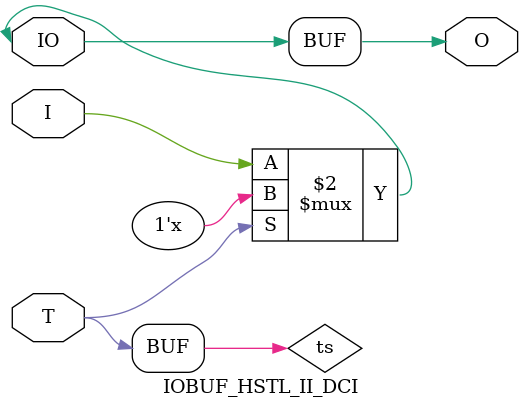
<source format=v>

/*

FUNCTION	: INPUT TRI-STATE OUTPUT BUFFER

*/

`celldefine
`timescale  100 ps / 10 ps

module IOBUF_HSTL_II_DCI (O, IO, I, T);

    output O;

    inout  IO;

    input  I, T;

    or O1 (ts, 1'b0, T);
    bufif0 T1 (IO, I, ts);

    buf B1 (O, IO);

endmodule

</source>
